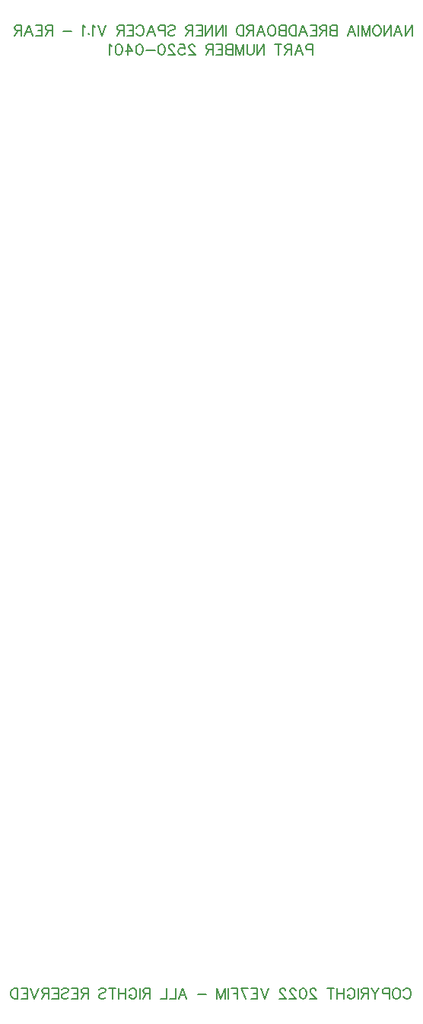
<source format=gbo>
G04 Layer: BottomSilkscreenLayer*
G04 EasyEDA v6.5.34, 2023-08-21 18:11:39*
G04 fac92c3893cd48509e925d7eb78dc15b,5a6b42c53f6a479593ecc07194224c93,10*
G04 Gerber Generator version 0.2*
G04 Scale: 100 percent, Rotated: No, Reflected: No *
G04 Dimensions in millimeters *
G04 leading zeros omitted , absolute positions ,4 integer and 5 decimal *
%FSLAX45Y45*%
%MOMM*%

%ADD10C,0.2032*%
%ADD11C,0.2030*%

%LPD*%
D10*
X6807200Y11830489D02*
G01*
X6807200Y11715945D01*
X6807200Y11830489D02*
G01*
X6730837Y11715945D01*
X6730837Y11830489D02*
G01*
X6730837Y11715945D01*
X6651200Y11830489D02*
G01*
X6694835Y11715945D01*
X6651200Y11830489D02*
G01*
X6607563Y11715945D01*
X6678472Y11754126D02*
G01*
X6623928Y11754126D01*
X6571564Y11830489D02*
G01*
X6571564Y11715945D01*
X6571564Y11830489D02*
G01*
X6495201Y11715945D01*
X6495201Y11830489D02*
G01*
X6495201Y11715945D01*
X6426474Y11830489D02*
G01*
X6437383Y11825036D01*
X6448290Y11814126D01*
X6453746Y11803217D01*
X6459199Y11786854D01*
X6459199Y11759582D01*
X6453746Y11743217D01*
X6448290Y11732308D01*
X6437383Y11721398D01*
X6426474Y11715945D01*
X6404655Y11715945D01*
X6393746Y11721398D01*
X6382837Y11732308D01*
X6377383Y11743217D01*
X6371927Y11759582D01*
X6371927Y11786854D01*
X6377383Y11803217D01*
X6382837Y11814126D01*
X6393746Y11825036D01*
X6404655Y11830489D01*
X6426474Y11830489D01*
X6335928Y11830489D02*
G01*
X6335928Y11715945D01*
X6335928Y11830489D02*
G01*
X6292291Y11715945D01*
X6248656Y11830489D02*
G01*
X6292291Y11715945D01*
X6248656Y11830489D02*
G01*
X6248656Y11715945D01*
X6212654Y11830489D02*
G01*
X6212654Y11715945D01*
X6133020Y11830489D02*
G01*
X6176655Y11715945D01*
X6133020Y11830489D02*
G01*
X6089383Y11715945D01*
X6160292Y11754126D02*
G01*
X6105745Y11754126D01*
X5969383Y11830489D02*
G01*
X5969383Y11715945D01*
X5969383Y11830489D02*
G01*
X5920292Y11830489D01*
X5903930Y11825036D01*
X5898474Y11819582D01*
X5893020Y11808673D01*
X5893020Y11797764D01*
X5898474Y11786854D01*
X5903930Y11781398D01*
X5920292Y11775945D01*
X5969383Y11775945D02*
G01*
X5920292Y11775945D01*
X5903930Y11770489D01*
X5898474Y11765036D01*
X5893020Y11754126D01*
X5893020Y11737764D01*
X5898474Y11726854D01*
X5903930Y11721398D01*
X5920292Y11715945D01*
X5969383Y11715945D01*
X5857019Y11830489D02*
G01*
X5857019Y11715945D01*
X5857019Y11830489D02*
G01*
X5807928Y11830489D01*
X5791565Y11825036D01*
X5786112Y11819582D01*
X5780656Y11808673D01*
X5780656Y11797764D01*
X5786112Y11786854D01*
X5791565Y11781398D01*
X5807928Y11775945D01*
X5857019Y11775945D01*
X5818837Y11775945D02*
G01*
X5780656Y11715945D01*
X5744657Y11830489D02*
G01*
X5744657Y11715945D01*
X5744657Y11830489D02*
G01*
X5673747Y11830489D01*
X5744657Y11775945D02*
G01*
X5701019Y11775945D01*
X5744657Y11715945D02*
G01*
X5673747Y11715945D01*
X5594111Y11830489D02*
G01*
X5637748Y11715945D01*
X5594111Y11830489D02*
G01*
X5550474Y11715945D01*
X5621383Y11754126D02*
G01*
X5566839Y11754126D01*
X5514474Y11830489D02*
G01*
X5514474Y11715945D01*
X5514474Y11830489D02*
G01*
X5476293Y11830489D01*
X5459930Y11825036D01*
X5449021Y11814126D01*
X5443565Y11803217D01*
X5438112Y11786854D01*
X5438112Y11759582D01*
X5443565Y11743217D01*
X5449021Y11732308D01*
X5459930Y11721398D01*
X5476293Y11715945D01*
X5514474Y11715945D01*
X5402112Y11830489D02*
G01*
X5402112Y11715945D01*
X5402112Y11830489D02*
G01*
X5353022Y11830489D01*
X5336656Y11825036D01*
X5331203Y11819582D01*
X5325747Y11808673D01*
X5325747Y11797764D01*
X5331203Y11786854D01*
X5336656Y11781398D01*
X5353022Y11775945D01*
X5402112Y11775945D02*
G01*
X5353022Y11775945D01*
X5336656Y11770489D01*
X5331203Y11765036D01*
X5325747Y11754126D01*
X5325747Y11737764D01*
X5331203Y11726854D01*
X5336656Y11721398D01*
X5353022Y11715945D01*
X5402112Y11715945D01*
X5257020Y11830489D02*
G01*
X5267929Y11825036D01*
X5278838Y11814126D01*
X5284294Y11803217D01*
X5289748Y11786854D01*
X5289748Y11759582D01*
X5284294Y11743217D01*
X5278838Y11732308D01*
X5267929Y11721398D01*
X5257020Y11715945D01*
X5235204Y11715945D01*
X5224294Y11721398D01*
X5213385Y11732308D01*
X5207929Y11743217D01*
X5202476Y11759582D01*
X5202476Y11786854D01*
X5207929Y11803217D01*
X5213385Y11814126D01*
X5224294Y11825036D01*
X5235204Y11830489D01*
X5257020Y11830489D01*
X5122839Y11830489D02*
G01*
X5166476Y11715945D01*
X5122839Y11830489D02*
G01*
X5079202Y11715945D01*
X5150111Y11754126D02*
G01*
X5095567Y11754126D01*
X5043203Y11830489D02*
G01*
X5043203Y11715945D01*
X5043203Y11830489D02*
G01*
X4994112Y11830489D01*
X4977749Y11825036D01*
X4972293Y11819582D01*
X4966840Y11808673D01*
X4966840Y11797764D01*
X4972293Y11786854D01*
X4977749Y11781398D01*
X4994112Y11775945D01*
X5043203Y11775945D01*
X5005021Y11775945D02*
G01*
X4966840Y11715945D01*
X4930841Y11830489D02*
G01*
X4930841Y11715945D01*
X4930841Y11830489D02*
G01*
X4892657Y11830489D01*
X4876294Y11825036D01*
X4865385Y11814126D01*
X4859931Y11803217D01*
X4854475Y11786854D01*
X4854475Y11759582D01*
X4859931Y11743217D01*
X4865385Y11732308D01*
X4876294Y11721398D01*
X4892657Y11715945D01*
X4930841Y11715945D01*
X4734476Y11830489D02*
G01*
X4734476Y11715945D01*
X4698476Y11830489D02*
G01*
X4698476Y11715945D01*
X4698476Y11830489D02*
G01*
X4622114Y11715945D01*
X4622114Y11830489D02*
G01*
X4622114Y11715945D01*
X4586114Y11830489D02*
G01*
X4586114Y11715945D01*
X4586114Y11830489D02*
G01*
X4509749Y11715945D01*
X4509749Y11830489D02*
G01*
X4509749Y11715945D01*
X4473750Y11830489D02*
G01*
X4473750Y11715945D01*
X4473750Y11830489D02*
G01*
X4402841Y11830489D01*
X4473750Y11775945D02*
G01*
X4430113Y11775945D01*
X4473750Y11715945D02*
G01*
X4402841Y11715945D01*
X4366841Y11830489D02*
G01*
X4366841Y11715945D01*
X4366841Y11830489D02*
G01*
X4317751Y11830489D01*
X4301385Y11825036D01*
X4295932Y11819582D01*
X4290476Y11808673D01*
X4290476Y11797764D01*
X4295932Y11786854D01*
X4301385Y11781398D01*
X4317751Y11775945D01*
X4366841Y11775945D01*
X4328660Y11775945D02*
G01*
X4290476Y11715945D01*
X4094114Y11814126D02*
G01*
X4105023Y11825036D01*
X4121386Y11830489D01*
X4143204Y11830489D01*
X4159570Y11825036D01*
X4170476Y11814126D01*
X4170476Y11803217D01*
X4165023Y11792308D01*
X4159570Y11786854D01*
X4148660Y11781398D01*
X4115932Y11770489D01*
X4105023Y11765036D01*
X4099570Y11759582D01*
X4094114Y11748673D01*
X4094114Y11732308D01*
X4105023Y11721398D01*
X4121386Y11715945D01*
X4143204Y11715945D01*
X4159570Y11721398D01*
X4170476Y11732308D01*
X4058114Y11830489D02*
G01*
X4058114Y11715945D01*
X4058114Y11830489D02*
G01*
X4009024Y11830489D01*
X3992659Y11825036D01*
X3987205Y11819582D01*
X3981752Y11808673D01*
X3981752Y11792308D01*
X3987205Y11781398D01*
X3992659Y11775945D01*
X4009024Y11770489D01*
X4058114Y11770489D01*
X3902115Y11830489D02*
G01*
X3945750Y11715945D01*
X3902115Y11830489D02*
G01*
X3858478Y11715945D01*
X3929387Y11754126D02*
G01*
X3874841Y11754126D01*
X3740660Y11803217D02*
G01*
X3746116Y11814126D01*
X3757023Y11825036D01*
X3767932Y11830489D01*
X3789751Y11830489D01*
X3800660Y11825036D01*
X3811569Y11814126D01*
X3817023Y11803217D01*
X3822479Y11786854D01*
X3822479Y11759582D01*
X3817023Y11743217D01*
X3811569Y11732308D01*
X3800660Y11721398D01*
X3789751Y11715945D01*
X3767932Y11715945D01*
X3757023Y11721398D01*
X3746116Y11732308D01*
X3740660Y11743217D01*
X3704661Y11830489D02*
G01*
X3704661Y11715945D01*
X3704661Y11830489D02*
G01*
X3633751Y11830489D01*
X3704661Y11775945D02*
G01*
X3661023Y11775945D01*
X3704661Y11715945D02*
G01*
X3633751Y11715945D01*
X3597752Y11830489D02*
G01*
X3597752Y11715945D01*
X3597752Y11830489D02*
G01*
X3548661Y11830489D01*
X3532296Y11825036D01*
X3526843Y11819582D01*
X3521387Y11808673D01*
X3521387Y11797764D01*
X3526843Y11786854D01*
X3532296Y11781398D01*
X3548661Y11775945D01*
X3597752Y11775945D01*
X3559571Y11775945D02*
G01*
X3521387Y11715945D01*
X3401387Y11830489D02*
G01*
X3357752Y11715945D01*
X3314115Y11830489D02*
G01*
X3357752Y11715945D01*
X3278116Y11808673D02*
G01*
X3267207Y11814126D01*
X3250844Y11830489D01*
X3250844Y11715945D01*
X3209389Y11743217D02*
G01*
X3214842Y11737764D01*
X3209389Y11732308D01*
X3203935Y11737764D01*
X3209389Y11743217D01*
X3167933Y11808673D02*
G01*
X3157024Y11814126D01*
X3140661Y11830489D01*
X3140661Y11715945D01*
X3020661Y11765036D02*
G01*
X2922480Y11765036D01*
X2802481Y11830489D02*
G01*
X2802481Y11715945D01*
X2802481Y11830489D02*
G01*
X2753390Y11830489D01*
X2737025Y11825036D01*
X2731571Y11819582D01*
X2726118Y11808673D01*
X2726118Y11797764D01*
X2731571Y11786854D01*
X2737025Y11781398D01*
X2753390Y11775945D01*
X2802481Y11775945D01*
X2764299Y11775945D02*
G01*
X2726118Y11715945D01*
X2690116Y11830489D02*
G01*
X2690116Y11715945D01*
X2690116Y11830489D02*
G01*
X2619207Y11830489D01*
X2690116Y11775945D02*
G01*
X2646481Y11775945D01*
X2690116Y11715945D02*
G01*
X2619207Y11715945D01*
X2539573Y11830489D02*
G01*
X2583207Y11715945D01*
X2539573Y11830489D02*
G01*
X2495936Y11715945D01*
X2566845Y11754126D02*
G01*
X2512298Y11754126D01*
X2459936Y11830489D02*
G01*
X2459936Y11715945D01*
X2459936Y11830489D02*
G01*
X2410846Y11830489D01*
X2394480Y11825036D01*
X2389027Y11819582D01*
X2383571Y11808673D01*
X2383571Y11797764D01*
X2389027Y11786854D01*
X2394480Y11781398D01*
X2410846Y11775945D01*
X2459936Y11775945D01*
X2421755Y11775945D02*
G01*
X2383571Y11715945D01*
X5702350Y11619161D02*
G01*
X5702350Y11504617D01*
X5702350Y11619161D02*
G01*
X5653260Y11619161D01*
X5636897Y11613708D01*
X5631441Y11608254D01*
X5625988Y11597345D01*
X5625988Y11580980D01*
X5631441Y11570070D01*
X5636897Y11564617D01*
X5653260Y11559161D01*
X5702350Y11559161D01*
X5546351Y11619161D02*
G01*
X5589986Y11504617D01*
X5546351Y11619161D02*
G01*
X5502714Y11504617D01*
X5573623Y11542798D02*
G01*
X5519079Y11542798D01*
X5466715Y11619161D02*
G01*
X5466715Y11504617D01*
X5466715Y11619161D02*
G01*
X5417624Y11619161D01*
X5401261Y11613708D01*
X5395805Y11608254D01*
X5390352Y11597345D01*
X5390352Y11586436D01*
X5395805Y11575526D01*
X5401261Y11570070D01*
X5417624Y11564617D01*
X5466715Y11564617D01*
X5428533Y11564617D02*
G01*
X5390352Y11504617D01*
X5316169Y11619161D02*
G01*
X5316169Y11504617D01*
X5354350Y11619161D02*
G01*
X5277987Y11619161D01*
X5157988Y11619161D02*
G01*
X5157988Y11504617D01*
X5157988Y11619161D02*
G01*
X5081625Y11504617D01*
X5081625Y11619161D02*
G01*
X5081625Y11504617D01*
X5045623Y11619161D02*
G01*
X5045623Y11537345D01*
X5040170Y11520980D01*
X5029260Y11510070D01*
X5012898Y11504617D01*
X5001988Y11504617D01*
X4985623Y11510070D01*
X4974716Y11520980D01*
X4969261Y11537345D01*
X4969261Y11619161D01*
X4933261Y11619161D02*
G01*
X4933261Y11504617D01*
X4933261Y11619161D02*
G01*
X4889624Y11504617D01*
X4845989Y11619161D02*
G01*
X4889624Y11504617D01*
X4845989Y11619161D02*
G01*
X4845989Y11504617D01*
X4809987Y11619161D02*
G01*
X4809987Y11504617D01*
X4809987Y11619161D02*
G01*
X4760897Y11619161D01*
X4744534Y11613708D01*
X4739081Y11608254D01*
X4733625Y11597345D01*
X4733625Y11586436D01*
X4739081Y11575526D01*
X4744534Y11570070D01*
X4760897Y11564617D01*
X4809987Y11564617D02*
G01*
X4760897Y11564617D01*
X4744534Y11559161D01*
X4739081Y11553708D01*
X4733625Y11542798D01*
X4733625Y11526436D01*
X4739081Y11515526D01*
X4744534Y11510070D01*
X4760897Y11504617D01*
X4809987Y11504617D01*
X4697625Y11619161D02*
G01*
X4697625Y11504617D01*
X4697625Y11619161D02*
G01*
X4626716Y11619161D01*
X4697625Y11564617D02*
G01*
X4653988Y11564617D01*
X4697625Y11504617D02*
G01*
X4626716Y11504617D01*
X4590717Y11619161D02*
G01*
X4590717Y11504617D01*
X4590717Y11619161D02*
G01*
X4541626Y11619161D01*
X4525261Y11613708D01*
X4519808Y11608254D01*
X4514352Y11597345D01*
X4514352Y11586436D01*
X4519808Y11575526D01*
X4525261Y11570070D01*
X4541626Y11564617D01*
X4590717Y11564617D01*
X4552535Y11564617D02*
G01*
X4514352Y11504617D01*
X4388899Y11591889D02*
G01*
X4388899Y11597345D01*
X4383443Y11608254D01*
X4377989Y11613708D01*
X4367080Y11619161D01*
X4345261Y11619161D01*
X4334352Y11613708D01*
X4328899Y11608254D01*
X4323443Y11597345D01*
X4323443Y11586436D01*
X4328899Y11575526D01*
X4339808Y11559161D01*
X4394352Y11504617D01*
X4317989Y11504617D01*
X4216534Y11619161D02*
G01*
X4271081Y11619161D01*
X4276534Y11570070D01*
X4271081Y11575526D01*
X4254718Y11580980D01*
X4238353Y11580980D01*
X4221990Y11575526D01*
X4211081Y11564617D01*
X4205625Y11548254D01*
X4205625Y11537345D01*
X4211081Y11520980D01*
X4221990Y11510070D01*
X4238353Y11504617D01*
X4254718Y11504617D01*
X4271081Y11510070D01*
X4276534Y11515526D01*
X4281990Y11526436D01*
X4164172Y11591889D02*
G01*
X4164172Y11597345D01*
X4158716Y11608254D01*
X4153263Y11613708D01*
X4142353Y11619161D01*
X4120535Y11619161D01*
X4109626Y11613708D01*
X4104172Y11608254D01*
X4098716Y11597345D01*
X4098716Y11586436D01*
X4104172Y11575526D01*
X4115081Y11559161D01*
X4169625Y11504617D01*
X4093263Y11504617D01*
X4024536Y11619161D02*
G01*
X4040898Y11613708D01*
X4051808Y11597345D01*
X4057263Y11570070D01*
X4057263Y11553708D01*
X4051808Y11526436D01*
X4040898Y11510070D01*
X4024536Y11504617D01*
X4013626Y11504617D01*
X3997264Y11510070D01*
X3986354Y11526436D01*
X3980898Y11553708D01*
X3980898Y11570070D01*
X3986354Y11597345D01*
X3997264Y11613708D01*
X4013626Y11619161D01*
X4024536Y11619161D01*
X3944899Y11553708D02*
G01*
X3846718Y11553708D01*
X3777990Y11619161D02*
G01*
X3794353Y11613708D01*
X3805262Y11597345D01*
X3810718Y11570070D01*
X3810718Y11553708D01*
X3805262Y11526436D01*
X3794353Y11510070D01*
X3777990Y11504617D01*
X3767081Y11504617D01*
X3750718Y11510070D01*
X3739809Y11526436D01*
X3734353Y11553708D01*
X3734353Y11570070D01*
X3739809Y11597345D01*
X3750718Y11613708D01*
X3767081Y11619161D01*
X3777990Y11619161D01*
X3643810Y11619161D02*
G01*
X3698354Y11542798D01*
X3616535Y11542798D01*
X3643810Y11619161D02*
G01*
X3643810Y11504617D01*
X3547808Y11619161D02*
G01*
X3564173Y11613708D01*
X3575083Y11597345D01*
X3580536Y11570070D01*
X3580536Y11553708D01*
X3575083Y11526436D01*
X3564173Y11510070D01*
X3547808Y11504617D01*
X3536901Y11504617D01*
X3520536Y11510070D01*
X3509627Y11526436D01*
X3504173Y11553708D01*
X3504173Y11570070D01*
X3509627Y11597345D01*
X3520536Y11613708D01*
X3536901Y11619161D01*
X3547808Y11619161D01*
X3468174Y11597345D02*
G01*
X3457265Y11602798D01*
X3440899Y11619161D01*
X3440899Y11504617D01*
D11*
X6712732Y1101689D02*
G01*
X6718188Y1112598D01*
X6729095Y1123508D01*
X6740004Y1128963D01*
X6761822Y1128963D01*
X6772732Y1123508D01*
X6783641Y1112598D01*
X6789097Y1101689D01*
X6794550Y1085326D01*
X6794550Y1058054D01*
X6789097Y1041689D01*
X6783641Y1030780D01*
X6772732Y1019870D01*
X6761822Y1014417D01*
X6740004Y1014417D01*
X6729095Y1019870D01*
X6718188Y1030780D01*
X6712732Y1041689D01*
X6644004Y1128963D02*
G01*
X6654914Y1123508D01*
X6665823Y1112598D01*
X6671276Y1101689D01*
X6676732Y1085326D01*
X6676732Y1058054D01*
X6671276Y1041689D01*
X6665823Y1030780D01*
X6654914Y1019870D01*
X6644004Y1014417D01*
X6622186Y1014417D01*
X6611277Y1019870D01*
X6600367Y1030780D01*
X6594914Y1041689D01*
X6589461Y1058054D01*
X6589461Y1085326D01*
X6594914Y1101689D01*
X6600367Y1112598D01*
X6611277Y1123508D01*
X6622186Y1128963D01*
X6644004Y1128963D01*
X6553459Y1128963D02*
G01*
X6553459Y1014417D01*
X6553459Y1128963D02*
G01*
X6504368Y1128963D01*
X6488005Y1123508D01*
X6482549Y1118054D01*
X6477096Y1107145D01*
X6477096Y1090780D01*
X6482549Y1079870D01*
X6488005Y1074417D01*
X6504368Y1068964D01*
X6553459Y1068964D01*
X6441097Y1128963D02*
G01*
X6397459Y1074417D01*
X6397459Y1014417D01*
X6353822Y1128963D02*
G01*
X6397459Y1074417D01*
X6317823Y1128963D02*
G01*
X6317823Y1014417D01*
X6317823Y1128963D02*
G01*
X6268732Y1128963D01*
X6252370Y1123508D01*
X6246914Y1118054D01*
X6241460Y1107145D01*
X6241460Y1096236D01*
X6246914Y1085326D01*
X6252370Y1079870D01*
X6268732Y1074417D01*
X6317823Y1074417D01*
X6279641Y1074417D02*
G01*
X6241460Y1014417D01*
X6205458Y1128963D02*
G01*
X6205458Y1014417D01*
X6087640Y1101689D02*
G01*
X6093096Y1112598D01*
X6104006Y1123508D01*
X6114915Y1128963D01*
X6136731Y1128963D01*
X6147640Y1123508D01*
X6158550Y1112598D01*
X6164005Y1101689D01*
X6169459Y1085326D01*
X6169459Y1058054D01*
X6164005Y1041689D01*
X6158550Y1030780D01*
X6147640Y1019870D01*
X6136731Y1014417D01*
X6114915Y1014417D01*
X6104006Y1019870D01*
X6093096Y1030780D01*
X6087640Y1041689D01*
X6087640Y1058054D01*
X6114915Y1058054D02*
G01*
X6087640Y1058054D01*
X6051641Y1128963D02*
G01*
X6051641Y1014417D01*
X5975278Y1128963D02*
G01*
X5975278Y1014417D01*
X6051641Y1074417D02*
G01*
X5975278Y1074417D01*
X5901095Y1128963D02*
G01*
X5901095Y1014417D01*
X5939276Y1128963D02*
G01*
X5862914Y1128963D01*
X5737458Y1101689D02*
G01*
X5737458Y1107145D01*
X5732005Y1118054D01*
X5726551Y1123508D01*
X5715642Y1128963D01*
X5693824Y1128963D01*
X5682914Y1123508D01*
X5677458Y1118054D01*
X5672005Y1107145D01*
X5672005Y1096236D01*
X5677458Y1085326D01*
X5688368Y1068964D01*
X5742914Y1014417D01*
X5666552Y1014417D01*
X5597824Y1128963D02*
G01*
X5614187Y1123508D01*
X5625096Y1107145D01*
X5630550Y1079870D01*
X5630550Y1063508D01*
X5625096Y1036236D01*
X5614187Y1019870D01*
X5597824Y1014417D01*
X5586915Y1014417D01*
X5570550Y1019870D01*
X5559640Y1036236D01*
X5554187Y1063508D01*
X5554187Y1079870D01*
X5559640Y1107145D01*
X5570550Y1123508D01*
X5586915Y1128963D01*
X5597824Y1128963D01*
X5512732Y1101689D02*
G01*
X5512732Y1107145D01*
X5507278Y1118054D01*
X5501822Y1123508D01*
X5490913Y1128963D01*
X5469097Y1128963D01*
X5458188Y1123508D01*
X5452732Y1118054D01*
X5447278Y1107145D01*
X5447278Y1096236D01*
X5452732Y1085326D01*
X5463641Y1068964D01*
X5518188Y1014417D01*
X5441822Y1014417D01*
X5400370Y1101689D02*
G01*
X5400370Y1107145D01*
X5394914Y1118054D01*
X5389460Y1123508D01*
X5378551Y1128963D01*
X5356733Y1128963D01*
X5345823Y1123508D01*
X5340367Y1118054D01*
X5334914Y1107145D01*
X5334914Y1096236D01*
X5340367Y1085326D01*
X5351277Y1068964D01*
X5405823Y1014417D01*
X5329461Y1014417D01*
X5209458Y1128963D02*
G01*
X5165824Y1014417D01*
X5122186Y1128963D02*
G01*
X5165824Y1014417D01*
X5086187Y1128963D02*
G01*
X5086187Y1014417D01*
X5086187Y1128963D02*
G01*
X5015278Y1128963D01*
X5086187Y1074417D02*
G01*
X5042550Y1074417D01*
X5086187Y1014417D02*
G01*
X5015278Y1014417D01*
X4902913Y1128963D02*
G01*
X4957460Y1014417D01*
X4979278Y1128963D02*
G01*
X4902913Y1128963D01*
X4866914Y1128963D02*
G01*
X4866914Y1014417D01*
X4866914Y1128963D02*
G01*
X4796005Y1128963D01*
X4866914Y1074417D02*
G01*
X4823277Y1074417D01*
X4760005Y1128963D02*
G01*
X4760005Y1014417D01*
X4724006Y1128963D02*
G01*
X4724006Y1014417D01*
X4724006Y1128963D02*
G01*
X4680369Y1014417D01*
X4636731Y1128963D02*
G01*
X4680369Y1014417D01*
X4636731Y1128963D02*
G01*
X4636731Y1014417D01*
X4516732Y1063508D02*
G01*
X4418550Y1063508D01*
X4254914Y1128963D02*
G01*
X4298551Y1014417D01*
X4254914Y1128963D02*
G01*
X4211276Y1014417D01*
X4282186Y1052598D02*
G01*
X4227642Y1052598D01*
X4175277Y1128963D02*
G01*
X4175277Y1014417D01*
X4175277Y1014417D02*
G01*
X4109824Y1014417D01*
X4073824Y1128963D02*
G01*
X4073824Y1014417D01*
X4073824Y1014417D02*
G01*
X4008368Y1014417D01*
X3888369Y1128963D02*
G01*
X3888369Y1014417D01*
X3888369Y1128963D02*
G01*
X3839278Y1128963D01*
X3822913Y1123508D01*
X3817459Y1118054D01*
X3812006Y1107145D01*
X3812006Y1096236D01*
X3817459Y1085326D01*
X3822913Y1079870D01*
X3839278Y1074417D01*
X3888369Y1074417D01*
X3850187Y1074417D02*
G01*
X3812006Y1014417D01*
X3776004Y1128963D02*
G01*
X3776004Y1014417D01*
X3658186Y1101689D02*
G01*
X3663642Y1112598D01*
X3674551Y1123508D01*
X3685458Y1128963D01*
X3707277Y1128963D01*
X3718186Y1123508D01*
X3729095Y1112598D01*
X3734551Y1101689D01*
X3740005Y1085326D01*
X3740005Y1058054D01*
X3734551Y1041689D01*
X3729095Y1030780D01*
X3718186Y1019870D01*
X3707277Y1014417D01*
X3685458Y1014417D01*
X3674551Y1019870D01*
X3663642Y1030780D01*
X3658186Y1041689D01*
X3658186Y1058054D01*
X3685458Y1058054D02*
G01*
X3658186Y1058054D01*
X3622187Y1128963D02*
G01*
X3622187Y1014417D01*
X3545824Y1128963D02*
G01*
X3545824Y1014417D01*
X3622187Y1074417D02*
G01*
X3545824Y1074417D01*
X3471641Y1128963D02*
G01*
X3471641Y1014417D01*
X3509822Y1128963D02*
G01*
X3433460Y1128963D01*
X3321095Y1112598D02*
G01*
X3332005Y1123508D01*
X3348370Y1128963D01*
X3370186Y1128963D01*
X3386551Y1123508D01*
X3397460Y1112598D01*
X3397460Y1101689D01*
X3392004Y1090780D01*
X3386551Y1085326D01*
X3375642Y1079870D01*
X3342914Y1068964D01*
X3332005Y1063508D01*
X3326551Y1058054D01*
X3321095Y1047145D01*
X3321095Y1030780D01*
X3332005Y1019870D01*
X3348370Y1014417D01*
X3370186Y1014417D01*
X3386551Y1019870D01*
X3397460Y1030780D01*
X3201095Y1128963D02*
G01*
X3201095Y1014417D01*
X3201095Y1128963D02*
G01*
X3152005Y1128963D01*
X3135642Y1123508D01*
X3130186Y1118054D01*
X3124733Y1107145D01*
X3124733Y1096236D01*
X3130186Y1085326D01*
X3135642Y1079870D01*
X3152005Y1074417D01*
X3201095Y1074417D01*
X3162914Y1074417D02*
G01*
X3124733Y1014417D01*
X3088731Y1128963D02*
G01*
X3088731Y1014417D01*
X3088731Y1128963D02*
G01*
X3017822Y1128963D01*
X3088731Y1074417D02*
G01*
X3045096Y1074417D01*
X3088731Y1014417D02*
G01*
X3017822Y1014417D01*
X2905460Y1112598D02*
G01*
X2916369Y1123508D01*
X2932732Y1128963D01*
X2954550Y1128963D01*
X2970913Y1123508D01*
X2981822Y1112598D01*
X2981822Y1101689D01*
X2976369Y1090780D01*
X2970913Y1085326D01*
X2960004Y1079870D01*
X2927278Y1068964D01*
X2916369Y1063508D01*
X2910913Y1058054D01*
X2905460Y1047145D01*
X2905460Y1030780D01*
X2916369Y1019870D01*
X2932732Y1014417D01*
X2954550Y1014417D01*
X2970913Y1019870D01*
X2981822Y1030780D01*
X2869460Y1128963D02*
G01*
X2869460Y1014417D01*
X2869460Y1128963D02*
G01*
X2798551Y1128963D01*
X2869460Y1074417D02*
G01*
X2825823Y1074417D01*
X2869460Y1014417D02*
G01*
X2798551Y1014417D01*
X2762549Y1128963D02*
G01*
X2762549Y1014417D01*
X2762549Y1128963D02*
G01*
X2713459Y1128963D01*
X2697096Y1123508D01*
X2691640Y1118054D01*
X2686187Y1107145D01*
X2686187Y1096236D01*
X2691640Y1085326D01*
X2697096Y1079870D01*
X2713459Y1074417D01*
X2762549Y1074417D01*
X2724368Y1074417D02*
G01*
X2686187Y1014417D01*
X2650187Y1128963D02*
G01*
X2606550Y1014417D01*
X2562913Y1128963D02*
G01*
X2606550Y1014417D01*
X2526913Y1128963D02*
G01*
X2526913Y1014417D01*
X2526913Y1128963D02*
G01*
X2456004Y1128963D01*
X2526913Y1074417D02*
G01*
X2483279Y1074417D01*
X2526913Y1014417D02*
G01*
X2456004Y1014417D01*
X2420005Y1128963D02*
G01*
X2420005Y1014417D01*
X2420005Y1128963D02*
G01*
X2381824Y1128963D01*
X2365458Y1123508D01*
X2354552Y1112598D01*
X2349096Y1101689D01*
X2343642Y1085326D01*
X2343642Y1058054D01*
X2349096Y1041689D01*
X2354552Y1030780D01*
X2365458Y1019870D01*
X2381824Y1014417D01*
X2420005Y1014417D01*
M02*

</source>
